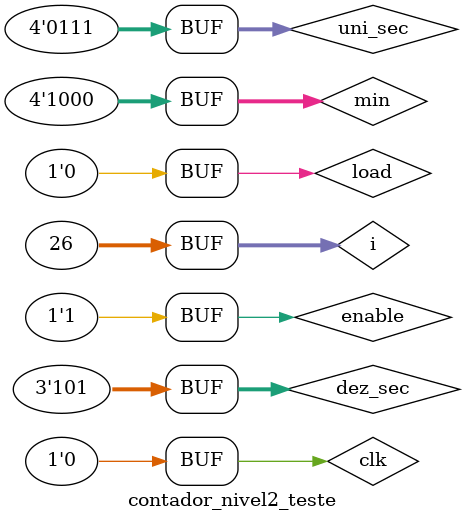
<source format=v>
`timescale 1ns/1ps

module contador_nivel2_teste();

 	reg [3:0] uni_sec, min;
    reg [2:0] dez_sec; 
  	reg clk, enable, load;
  	wire [3:0] count_us, count_m;
    wire [2:0] count_ds; 
  	wire zero;
    integer i;
  
  	contador_nivel2 dut(uni_sec, dez_sec, min, clk, enable, load, count_us, count_ds, count_m, zero);

	initial
		begin
		
			$dumpfile("contador_nivel2_teste.vcd");
			$dumpvars(0,contador_nivel2_teste);
          
           enable = 0; 
           uni_sec = 4'b0111;
           dez_sec = 3'b101;
           min = 4'b1000;
           load = 1; 
           #5 enable = 1;
           #5 load = 0; 
           #10;
        end
  
  initial
    
    begin
    	clk = 1'b0;
  	end
		
  initial
    begin
    	#5 clk = ~clk;
      for(i = 0; i < 26; i= i + 1)
        begin
          #5 clk = ~clk;
        end
      
    end
      

endmodule
</source>
